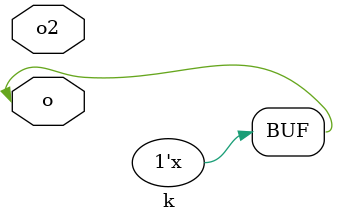
<source format=v>
module ibuf ((* iopad_external_pin *) input i, output o); endmodule
module obuf (input i, (* iopad_external_pin *) output o); endmodule
module obuft (input i, input oe, (* iopad_external_pin *) output o); endmodule
module iobuf (input i, input oe, output o, (* iopad_external_pin *) inout io); endmodule

module buf_inside (input i, output o);
obuf b (.i(i), .o(o));
endmodule

module a(input i, output o);
assign o = i;
endmodule

module b(input i, output o);
ibuf b (.i(i), .o(o));
endmodule

module c(input i, output o);
obuf b (.i(i), .o(o));
endmodule

module d(input i, oe, output o, o2, o3);
assign o = oe ? i : 1'bz;
assign o2 = o;
assign o3 = ~o;
endmodule

module e(input i, oe, inout io, output o2, o3);
assign io = oe ? i : 1'bz;
assign o2 = io;
assign o3 = ~io;
endmodule

module f(output o, o2);
assign o = 1'bz;
endmodule

module g(inout io, output o);
assign o = io;
endmodule

module h(inout io, output o, input i);
assign io = i;
assign o = io;
endmodule

module i(input i, output o);
buf_inside b (.i(i), .o(o));
endmodule

module j(input i, output o);
wire tmp;
obuf b (.i(i), .o(tmp));
assign o = tmp;
endmodule

module k(inout o, o2);
assign o = 1'bz;
endmodule

</source>
